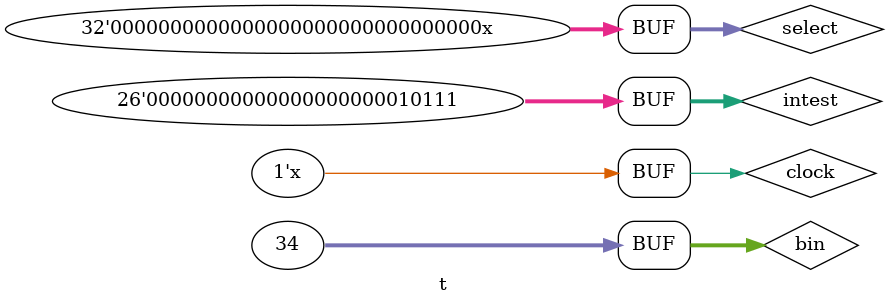
<source format=v>
module t;
    reg [31:0] ain,bin,select;
    reg [25:0]intest;
    reg clock;
    wire[27:0] outtest;

    initial begin
        $dumpfile("shl2_test.vcd");  // vcd name   
        $dumpvars(0,t); // testbench module name
        intest=23;
        bin=34;
        select=0;
        clock=0;
        
    end

    always # 50 clock = ~clock;
    always # 10000  select=!select;

    shl2 shlt(.src(intest),.dst(outtest));
endmodule

</source>
